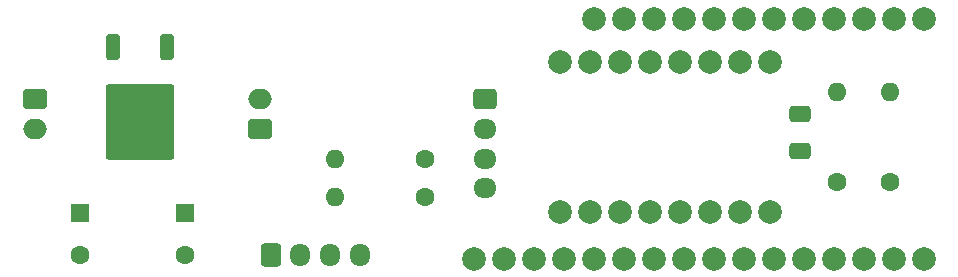
<source format=gbr>
%TF.GenerationSoftware,KiCad,Pcbnew,9.0.0*%
%TF.CreationDate,2025-04-27T17:03:47-05:00*%
%TF.ProjectId,WWCROSS,57617463-6820-4576-996e-6465722e6b69,rev?*%
%TF.SameCoordinates,Original*%
%TF.FileFunction,Soldermask,Bot*%
%TF.FilePolarity,Negative*%
%FSLAX46Y46*%
G04 Gerber Fmt 4.6, Leading zero omitted, Abs format (unit mm)*
G04 Created by KiCad (PCBNEW 9.0.0) date 2025-04-27 17:03:47*
%MOMM*%
%LPD*%
G01*
G04 APERTURE LIST*
G04 Aperture macros list*
%AMRoundRect*
0 Rectangle with rounded corners*
0 $1 Rounding radius*
0 $2 $3 $4 $5 $6 $7 $8 $9 X,Y pos of 4 corners*
0 Add a 4 corners polygon primitive as box body*
4,1,4,$2,$3,$4,$5,$6,$7,$8,$9,$2,$3,0*
0 Add four circle primitives for the rounded corners*
1,1,$1+$1,$2,$3*
1,1,$1+$1,$4,$5*
1,1,$1+$1,$6,$7*
1,1,$1+$1,$8,$9*
0 Add four rect primitives between the rounded corners*
20,1,$1+$1,$2,$3,$4,$5,0*
20,1,$1+$1,$4,$5,$6,$7,0*
20,1,$1+$1,$6,$7,$8,$9,0*
20,1,$1+$1,$8,$9,$2,$3,0*%
G04 Aperture macros list end*
%ADD10C,2.000000*%
%ADD11C,1.600000*%
%ADD12O,1.600000X1.600000*%
%ADD13R,1.600000X1.600000*%
%ADD14RoundRect,0.250000X-0.350000X0.850000X-0.350000X-0.850000X0.350000X-0.850000X0.350000X0.850000X0*%
%ADD15RoundRect,0.249997X-2.650003X2.950003X-2.650003X-2.950003X2.650003X-2.950003X2.650003X2.950003X0*%
%ADD16RoundRect,0.250000X-0.750000X0.600000X-0.750000X-0.600000X0.750000X-0.600000X0.750000X0.600000X0*%
%ADD17O,2.000000X1.700000*%
%ADD18RoundRect,0.250000X-0.600000X-0.725000X0.600000X-0.725000X0.600000X0.725000X-0.600000X0.725000X0*%
%ADD19O,1.700000X1.950000*%
%ADD20RoundRect,0.250000X0.750000X-0.600000X0.750000X0.600000X-0.750000X0.600000X-0.750000X-0.600000X0*%
%ADD21RoundRect,0.250000X0.650000X-0.412500X0.650000X0.412500X-0.650000X0.412500X-0.650000X-0.412500X0*%
%ADD22RoundRect,0.250000X-0.725000X0.600000X-0.725000X-0.600000X0.725000X-0.600000X0.725000X0.600000X0*%
%ADD23O,1.950000X1.700000*%
G04 APERTURE END LIST*
D10*
%TO.C,U3*%
X154940000Y-66675000D03*
X157480000Y-66675000D03*
X160020000Y-66675000D03*
X162560000Y-66675000D03*
X165100000Y-66675000D03*
X167640000Y-66675000D03*
X170180000Y-66675000D03*
X172720000Y-66675000D03*
X172720000Y-79375000D03*
X170180000Y-79375000D03*
X167640000Y-79375000D03*
X165100000Y-79375000D03*
X162560000Y-79375000D03*
X160020000Y-79375000D03*
X157480000Y-79375000D03*
X154940000Y-79375000D03*
%TD*%
D11*
%TO.C,R4*%
X182880000Y-76835000D03*
D12*
X182880000Y-69215000D03*
%TD*%
D11*
%TO.C,R3*%
X178435000Y-76835000D03*
D12*
X178435000Y-69215000D03*
%TD*%
D11*
%TO.C,R2*%
X143510000Y-74930000D03*
D12*
X135890000Y-74930000D03*
%TD*%
D11*
%TO.C,R1*%
X143510000Y-78105000D03*
D12*
X135890000Y-78105000D03*
%TD*%
D13*
%TO.C,C2*%
X123190000Y-79500000D03*
D11*
X123190000Y-83000000D03*
%TD*%
D14*
%TO.C,U1*%
X117100000Y-65445000D03*
D15*
X119380000Y-71745000D03*
D14*
X121660000Y-65445000D03*
%TD*%
D16*
%TO.C,J1*%
X110490000Y-69850000D03*
D17*
X110490000Y-72350000D03*
%TD*%
D10*
%TO.C,U2*%
X147655000Y-83320000D03*
X150195000Y-83320000D03*
X152735000Y-83320000D03*
X155275000Y-83320000D03*
X157815000Y-83320000D03*
X160355000Y-83320000D03*
X162895000Y-83320000D03*
X165435000Y-83320000D03*
X167975000Y-83320000D03*
X170515000Y-83320000D03*
X173055000Y-83320000D03*
X175595000Y-83320000D03*
X178135000Y-83320000D03*
X180675000Y-83320000D03*
X183215000Y-83320000D03*
X185755000Y-83320000D03*
X185755000Y-63000000D03*
X183215000Y-63000000D03*
X180675000Y-63000000D03*
X178135000Y-63000000D03*
X175595000Y-63000000D03*
X173055000Y-63000000D03*
X170515000Y-63000000D03*
X167975000Y-63000000D03*
X165435000Y-63000000D03*
X162895000Y-63000000D03*
X160355000Y-63000000D03*
X157815000Y-63000000D03*
%TD*%
D13*
%TO.C,C1*%
X114300000Y-79500000D03*
D11*
X114300000Y-83000000D03*
%TD*%
D18*
%TO.C,J2*%
X130500000Y-83000000D03*
D19*
X133000000Y-83000000D03*
X135500000Y-83000000D03*
X138000000Y-83000000D03*
%TD*%
D20*
%TO.C,J3*%
X129540000Y-72350000D03*
D17*
X129540000Y-69850000D03*
%TD*%
D21*
%TO.C,C3*%
X175260000Y-74245000D03*
X175260000Y-71120000D03*
%TD*%
D22*
%TO.C,J4*%
X148590000Y-69850000D03*
D23*
X148590000Y-72350000D03*
X148590000Y-74850000D03*
X148590000Y-77350000D03*
%TD*%
M02*

</source>
